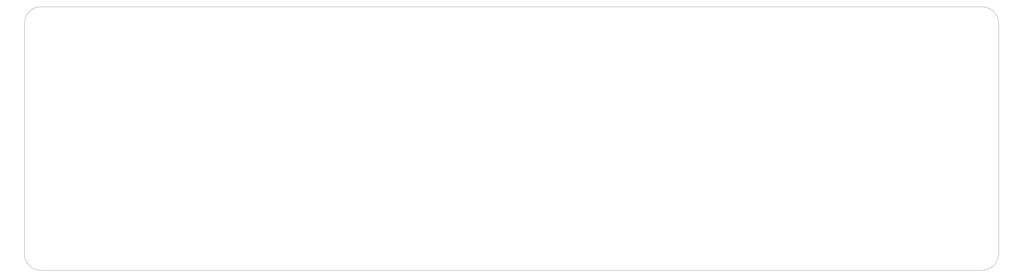
<source format=gbr>
%TF.GenerationSoftware,KiCad,Pcbnew,8.0.6*%
%TF.CreationDate,2024-11-02T14:39:31-05:00*%
%TF.ProjectId,front-panel.processor,66726f6e-742d-4706-916e-656c2e70726f,rev?*%
%TF.SameCoordinates,Original*%
%TF.FileFunction,Profile,NP*%
%FSLAX46Y46*%
G04 Gerber Fmt 4.6, Leading zero omitted, Abs format (unit mm)*
G04 Created by KiCad (PCBNEW 8.0.6) date 2024-11-02 14:39:31*
%MOMM*%
%LPD*%
G01*
G04 APERTURE LIST*
%TA.AperFunction,Profile*%
%ADD10C,0.050000*%
%TD*%
G04 APERTURE END LIST*
D10*
X40000000Y-230000000D02*
X325000000Y-230000000D01*
X35000000Y-155000000D02*
X35000000Y-225000000D01*
X325000000Y-150000000D02*
X40000000Y-150000000D01*
X330000000Y-225000000D02*
X330000000Y-155000000D01*
X325000000Y-150000000D02*
G75*
G02*
X330000000Y-155000000I0J-5000000D01*
G01*
X40000000Y-230000000D02*
G75*
G02*
X35000000Y-225000000I0J5000000D01*
G01*
X35000000Y-155000000D02*
G75*
G02*
X40000000Y-150000000I5000000J0D01*
G01*
X330000000Y-225000000D02*
G75*
G02*
X325000000Y-230000000I-5000000J0D01*
G01*
M02*

</source>
